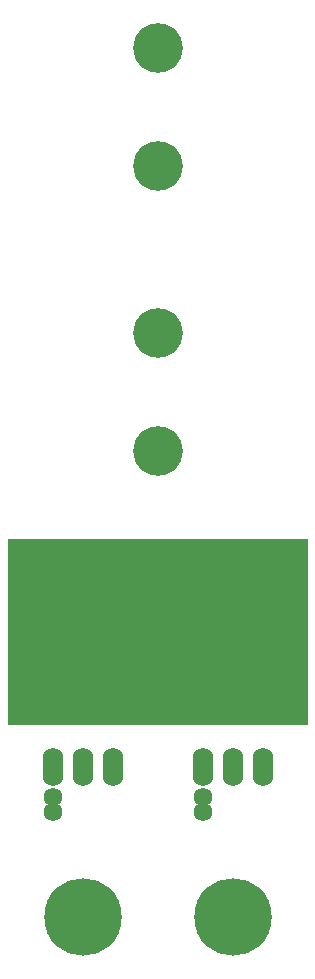
<source format=gts>
G04 Layer_Color=8388736*
%FSAX24Y24*%
%MOIN*%
G70*
G01*
G75*
%ADD20R,1.0000X0.6200*%
%ADD21C,0.0623*%
%ADD22C,0.1655*%
%ADD23O,0.0680X0.1280*%
%ADD24C,0.2580*%
D20*
X015000Y027000D02*
D03*
D21*
X016500Y021500D02*
D03*
X011500D02*
D03*
Y021000D02*
D03*
X016500D02*
D03*
D22*
X015000Y042531D02*
D03*
Y046469D02*
D03*
Y033031D02*
D03*
Y036969D02*
D03*
D23*
X013500Y022500D02*
D03*
X012500D02*
D03*
X011500D02*
D03*
X018500D02*
D03*
X017500D02*
D03*
X016500D02*
D03*
D24*
X012500Y027000D02*
D03*
X017500D02*
D03*
X012500Y017500D02*
D03*
X017500D02*
D03*
M02*

</source>
